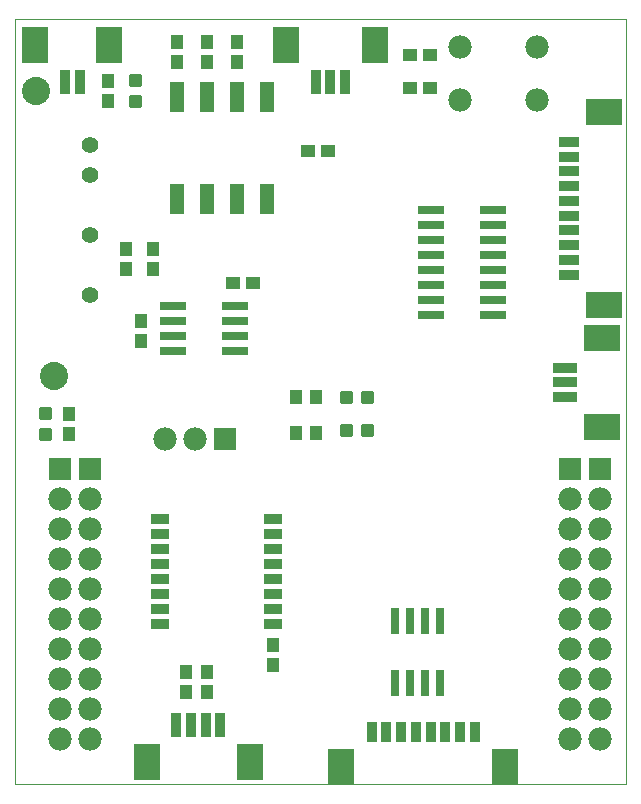
<source format=gts>
G75*
%MOIN*%
%OFA0B0*%
%FSLAX25Y25*%
%IPPOS*%
%LPD*%
%AMOC8*
5,1,8,0,0,1.08239X$1,22.5*
%
%ADD10C,0.00000*%
%ADD11R,0.07800X0.07800*%
%ADD12C,0.07800*%
%ADD13C,0.01301*%
%ADD14R,0.04337X0.04731*%
%ADD15C,0.05550*%
%ADD16C,0.09400*%
%ADD17R,0.03550X0.08274*%
%ADD18R,0.08668X0.12211*%
%ADD19R,0.06400X0.03400*%
%ADD20R,0.08274X0.03550*%
%ADD21R,0.12211X0.08668*%
%ADD22R,0.02800X0.09100*%
%ADD23R,0.03550X0.06699*%
%ADD24R,0.09100X0.02800*%
%ADD25R,0.06699X0.03550*%
%ADD26R,0.04731X0.04337*%
%ADD27R,0.04849X0.10006*%
D10*
X0007983Y0008986D02*
X0007983Y0263946D01*
X0211684Y0263946D01*
X0211684Y0008986D01*
X0007983Y0008986D01*
D11*
X0022983Y0113986D03*
X0032983Y0113986D03*
X0077983Y0124045D03*
X0192983Y0113986D03*
X0202983Y0113986D03*
D12*
X0202983Y0103986D03*
X0192983Y0103986D03*
X0192983Y0093986D03*
X0202983Y0093986D03*
X0202983Y0083986D03*
X0202983Y0073986D03*
X0192983Y0073986D03*
X0192983Y0083986D03*
X0192983Y0063986D03*
X0202983Y0063986D03*
X0202983Y0053986D03*
X0202983Y0043986D03*
X0192983Y0043986D03*
X0192983Y0053986D03*
X0192983Y0033986D03*
X0202983Y0033986D03*
X0202983Y0023986D03*
X0192983Y0023986D03*
X0067983Y0124045D03*
X0057983Y0124045D03*
X0032983Y0103986D03*
X0022983Y0103986D03*
X0022983Y0093986D03*
X0032983Y0093986D03*
X0032983Y0083986D03*
X0032983Y0073986D03*
X0022983Y0073986D03*
X0022983Y0083986D03*
X0022983Y0063986D03*
X0032983Y0063986D03*
X0032983Y0053986D03*
X0032983Y0043986D03*
X0022983Y0043986D03*
X0022983Y0053986D03*
X0022983Y0033986D03*
X0032983Y0033986D03*
X0032983Y0023986D03*
X0022983Y0023986D03*
X0156183Y0237086D03*
X0156183Y0254886D03*
X0181783Y0254886D03*
X0181783Y0237086D03*
D13*
X0126954Y0139504D02*
X0126954Y0136468D01*
X0123918Y0136468D01*
X0123918Y0139504D01*
X0126954Y0139504D01*
X0126954Y0137768D02*
X0123918Y0137768D01*
X0123918Y0139068D02*
X0126954Y0139068D01*
X0120049Y0139504D02*
X0120049Y0136468D01*
X0117013Y0136468D01*
X0117013Y0139504D01*
X0120049Y0139504D01*
X0120049Y0137768D02*
X0117013Y0137768D01*
X0117013Y0139068D02*
X0120049Y0139068D01*
X0120049Y0128504D02*
X0120049Y0125468D01*
X0117013Y0125468D01*
X0117013Y0128504D01*
X0120049Y0128504D01*
X0120049Y0126768D02*
X0117013Y0126768D01*
X0117013Y0128068D02*
X0120049Y0128068D01*
X0126954Y0128504D02*
X0126954Y0125468D01*
X0123918Y0125468D01*
X0123918Y0128504D01*
X0126954Y0128504D01*
X0126954Y0126768D02*
X0123918Y0126768D01*
X0123918Y0128068D02*
X0126954Y0128068D01*
X0049501Y0235015D02*
X0046465Y0235015D01*
X0046465Y0238051D01*
X0049501Y0238051D01*
X0049501Y0235015D01*
X0049501Y0236315D02*
X0046465Y0236315D01*
X0046465Y0237615D02*
X0049501Y0237615D01*
X0049501Y0241920D02*
X0046465Y0241920D01*
X0046465Y0244956D01*
X0049501Y0244956D01*
X0049501Y0241920D01*
X0049501Y0243220D02*
X0046465Y0243220D01*
X0046465Y0244520D02*
X0049501Y0244520D01*
X0019501Y0133956D02*
X0016465Y0133956D01*
X0019501Y0133956D02*
X0019501Y0130920D01*
X0016465Y0130920D01*
X0016465Y0133956D01*
X0016465Y0132220D02*
X0019501Y0132220D01*
X0019501Y0133520D02*
X0016465Y0133520D01*
X0016465Y0127051D02*
X0019501Y0127051D01*
X0019501Y0124015D01*
X0016465Y0124015D01*
X0016465Y0127051D01*
X0016465Y0125315D02*
X0019501Y0125315D01*
X0019501Y0126615D02*
X0016465Y0126615D01*
D14*
X0025983Y0125639D03*
X0025983Y0132332D03*
X0049983Y0156639D03*
X0049983Y0163332D03*
X0053983Y0180639D03*
X0053983Y0187332D03*
X0044983Y0187332D03*
X0044983Y0180639D03*
X0038983Y0236639D03*
X0038983Y0243332D03*
X0061983Y0249639D03*
X0061983Y0256332D03*
X0071983Y0256332D03*
X0071983Y0249639D03*
X0081983Y0249639D03*
X0081983Y0256332D03*
X0101637Y0137986D03*
X0108330Y0137986D03*
X0108330Y0125986D03*
X0101637Y0125986D03*
X0093983Y0055332D03*
X0093983Y0048639D03*
X0071983Y0046332D03*
X0071983Y0039639D03*
X0064983Y0039639D03*
X0064983Y0046332D03*
D15*
X0032983Y0171986D03*
X0032983Y0191986D03*
X0032983Y0211986D03*
X0032983Y0221986D03*
D16*
X0014983Y0239986D03*
X0020983Y0144986D03*
D17*
X0024523Y0243143D03*
X0029444Y0243143D03*
X0108062Y0243143D03*
X0112983Y0243143D03*
X0117905Y0243143D03*
X0076365Y0028828D03*
X0071444Y0028828D03*
X0066523Y0028828D03*
X0061602Y0028828D03*
D18*
X0051759Y0016525D03*
X0086208Y0016525D03*
X0116720Y0014899D03*
X0171247Y0014899D03*
X0127747Y0255446D03*
X0098220Y0255446D03*
X0039287Y0255446D03*
X0014680Y0255446D03*
D19*
X0056183Y0097486D03*
X0056183Y0092486D03*
X0056183Y0087486D03*
X0056183Y0082486D03*
X0056183Y0077486D03*
X0056183Y0072486D03*
X0056183Y0067486D03*
X0056183Y0062486D03*
X0093783Y0062486D03*
X0093783Y0067486D03*
X0093783Y0072486D03*
X0093783Y0077486D03*
X0093783Y0082486D03*
X0093783Y0087486D03*
X0093783Y0092486D03*
X0093783Y0097486D03*
D20*
X0191141Y0138064D03*
X0191141Y0142986D03*
X0191141Y0147907D03*
D21*
X0203444Y0157749D03*
X0204070Y0168801D03*
X0203444Y0128222D03*
X0204070Y0233171D03*
D22*
X0149483Y0063286D03*
X0144483Y0063286D03*
X0139483Y0063286D03*
X0134483Y0063286D03*
X0134483Y0042686D03*
X0139483Y0042686D03*
X0144483Y0042686D03*
X0149483Y0042686D03*
D23*
X0151365Y0026316D03*
X0146444Y0026316D03*
X0141523Y0026316D03*
X0136602Y0026316D03*
X0131680Y0026316D03*
X0126759Y0026316D03*
X0156287Y0026316D03*
X0161208Y0026316D03*
D24*
X0081283Y0153486D03*
X0081283Y0158486D03*
X0081283Y0163486D03*
X0081283Y0168486D03*
X0060683Y0168486D03*
X0060683Y0163486D03*
X0060683Y0158486D03*
X0060683Y0153486D03*
X0146683Y0165486D03*
X0146683Y0170486D03*
X0146683Y0175486D03*
X0146683Y0180486D03*
X0146683Y0185486D03*
X0146683Y0190486D03*
X0146683Y0195486D03*
X0146683Y0200486D03*
X0167283Y0200486D03*
X0167283Y0195486D03*
X0167283Y0190486D03*
X0167283Y0185486D03*
X0167283Y0180486D03*
X0167283Y0175486D03*
X0167283Y0170486D03*
X0167283Y0165486D03*
D25*
X0192653Y0178840D03*
X0192653Y0183761D03*
X0192653Y0188682D03*
X0192653Y0193604D03*
X0192653Y0198525D03*
X0192653Y0203446D03*
X0192653Y0208367D03*
X0192653Y0213289D03*
X0192653Y0218210D03*
X0192653Y0223131D03*
D26*
X0146330Y0240986D03*
X0139637Y0240986D03*
X0139637Y0251986D03*
X0146330Y0251986D03*
X0112330Y0219986D03*
X0105637Y0219986D03*
X0087330Y0175986D03*
X0080637Y0175986D03*
D27*
X0081983Y0204056D03*
X0091983Y0204056D03*
X0071983Y0204056D03*
X0061983Y0204056D03*
X0061983Y0237915D03*
X0071983Y0237915D03*
X0081983Y0237915D03*
X0091983Y0237915D03*
M02*

</source>
